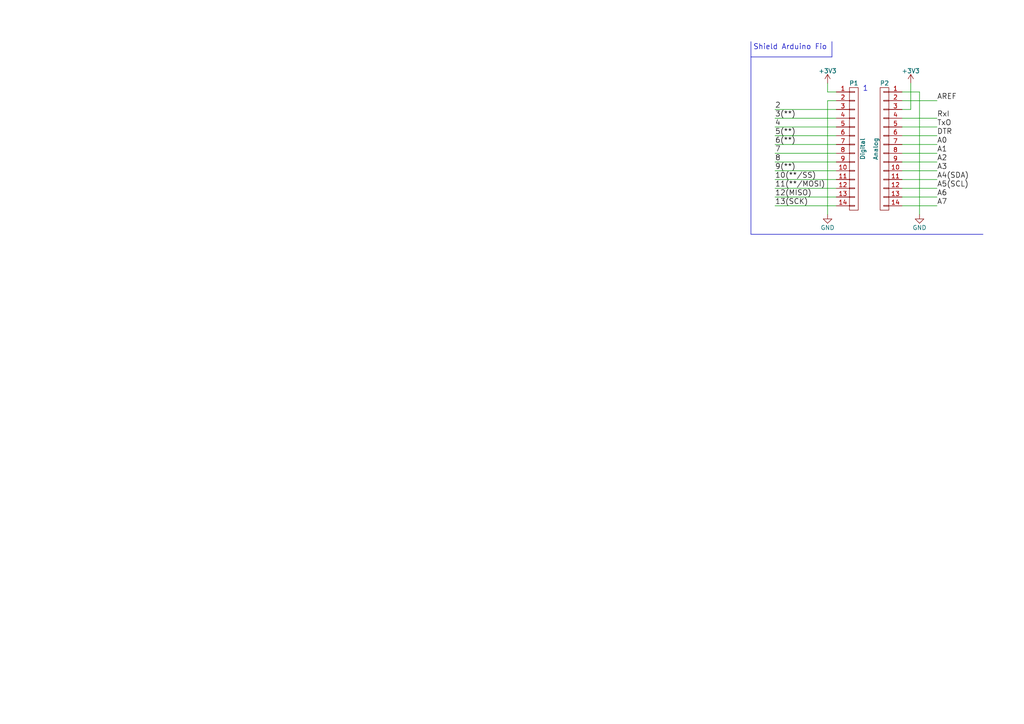
<source format=kicad_sch>
(kicad_sch (version 20230121) (generator eeschema)
  (paper "A4")
  (title_block (date "sam. 04 avril 2015"))
  (lib_symbols
    (symbol "Arduino_Fio-rescue:+3.3V" (power) (pin_names (offset 0))
      (property "Value" "+3.3V" (at 0 3.556 0))
      (symbol "+3.3V_0_1"
        (polyline (pts (xy -0.762 1.27) (xy 0 2.54)))
        (polyline (pts (xy 0 0) (xy 0 2.54)))
        (polyline (pts (xy 0 2.54) (xy 0.762 1.27)))
      )
      (symbol "+3.3V_1_1"
        (pin power_in line (at 0 0 90) (length 0) hide (name "+3V3") (number "1"))
      )
    )
    (symbol "Arduino_Fio-rescue:CONN_01X14" (pin_names (offset 1.016) hide)
      (property "Reference" "P" (at 0 19.05 0))
      (property "Value" "CONN_01X14" (at 2.54 0 90))
      (symbol "CONN_01X14_0_1"
        (rectangle (start -1.27 -16.383) (end 0.254 -16.637))
        (rectangle (start -1.27 -13.843) (end 0.254 -14.097))
        (rectangle (start -1.27 -11.303) (end 0.254 -11.557))
        (rectangle (start -1.27 -8.763) (end 0.254 -9.017))
        (rectangle (start -1.27 -6.223) (end 0.254 -6.477))
        (rectangle (start -1.27 -3.683) (end 0.254 -3.937))
        (rectangle (start -1.27 -1.143) (end 0.254 -1.397))
        (rectangle (start -1.27 1.397) (end 0.254 1.143))
        (rectangle (start -1.27 3.937) (end 0.254 3.683))
        (rectangle (start -1.27 6.477) (end 0.254 6.223))
        (rectangle (start -1.27 9.017) (end 0.254 8.763))
        (rectangle (start -1.27 11.557) (end 0.254 11.303))
        (rectangle (start -1.27 14.097) (end 0.254 13.843))
        (rectangle (start -1.27 16.637) (end 0.254 16.383))
        (rectangle (start -1.27 17.78) (end 1.27 -17.78))
      )
      (symbol "CONN_01X14_1_1"
        (pin passive line (at -5.08 16.51 0) (length 3.81) (name "P1") (number "1"))
        (pin passive line (at -5.08 -6.35 0) (length 3.81) (name "P10") (number "10"))
        (pin passive line (at -5.08 -8.89 0) (length 3.81) (name "P11") (number "11"))
        (pin passive line (at -5.08 -11.43 0) (length 3.81) (name "P12") (number "12"))
        (pin passive line (at -5.08 -13.97 0) (length 3.81) (name "P13") (number "13"))
        (pin passive line (at -5.08 -16.51 0) (length 3.81) (name "P14") (number "14"))
        (pin passive line (at -5.08 13.97 0) (length 3.81) (name "P2") (number "2"))
        (pin passive line (at -5.08 11.43 0) (length 3.81) (name "P3") (number "3"))
        (pin passive line (at -5.08 8.89 0) (length 3.81) (name "P4") (number "4"))
        (pin passive line (at -5.08 6.35 0) (length 3.81) (name "P5") (number "5"))
        (pin passive line (at -5.08 3.81 0) (length 3.81) (name "P6") (number "6"))
        (pin passive line (at -5.08 1.27 0) (length 3.81) (name "P7") (number "7"))
        (pin passive line (at -5.08 -1.27 0) (length 3.81) (name "P8") (number "8"))
        (pin passive line (at -5.08 -3.81 0) (length 3.81) (name "P9") (number "9"))
      )
    )
    (symbol "Arduino_Fio-rescue:GND" (power) (pin_names (offset 0))
      (property "Value" "GND" (at 0 -3.81 0))
      (symbol "GND_0_1"
        (polyline (pts (xy 0 0) (xy 0 -1.27) (xy 1.27 -1.27) (xy 0 -2.54) (xy -1.27 -1.27) (xy 0 -1.27)))
      )
      (symbol "GND_1_1"
        (pin power_in line (at 0 0 270) (length 0) hide (name "GND") (number "1"))
      )
    )
  )
  (polyline (pts (xy 217.805 12.065) (xy 217.805 67.945)))
  (wire (pts (xy 224.79 54.61) (xy 242.57 54.61)))
  (wire (pts (xy 261.62 26.67) (xy 266.7 26.67)))
  (wire (pts (xy 240.03 29.21) (xy 240.03 62.23)))
  (wire (pts (xy 224.79 52.07) (xy 242.57 52.07)))
  (wire (pts (xy 224.79 41.91) (xy 242.57 41.91)))
  (wire (pts (xy 271.78 49.53) (xy 261.62 49.53)))
  (wire (pts (xy 271.78 39.37) (xy 261.62 39.37)))
  (wire (pts (xy 271.78 59.69) (xy 261.62 59.69)))
  (wire (pts (xy 271.78 41.91) (xy 261.62 41.91)))
  (wire (pts (xy 271.78 36.83) (xy 261.62 36.83)))
  (wire (pts (xy 224.79 57.15) (xy 242.57 57.15)))
  (wire (pts (xy 224.79 46.99) (xy 242.57 46.99)))
  (wire (pts (xy 261.62 29.21) (xy 271.78 29.21)))
  (wire (pts (xy 266.7 26.67) (xy 266.7 62.23)))
  (wire (pts (xy 261.62 31.75) (xy 264.16 31.75)))
  (wire (pts (xy 242.57 59.69) (xy 224.79 59.69)))
  (wire (pts (xy 271.78 34.29) (xy 261.62 34.29)))
  (wire (pts (xy 224.79 31.75) (xy 242.57 31.75)))
  (wire (pts (xy 271.78 52.07) (xy 261.62 52.07)))
  (wire (pts (xy 271.78 46.99) (xy 261.62 46.99)))
  (wire (pts (xy 224.79 44.45) (xy 242.57 44.45)))
  (wire (pts (xy 242.57 49.53) (xy 224.79 49.53)))
  (wire (pts (xy 240.03 26.67) (xy 240.03 24.13)))
  (wire (pts (xy 242.57 29.21) (xy 240.03 29.21)))
  (wire (pts (xy 242.57 39.37) (xy 224.79 39.37)))
  (wire (pts (xy 264.16 31.75) (xy 264.16 24.13)))
  (wire (pts (xy 224.79 36.83) (xy 242.57 36.83)))
  (polyline (pts (xy 217.805 67.945) (xy 285.115 67.945)))
  (polyline (pts (xy 217.805 16.51) (xy 241.3 16.51)))
  (wire (pts (xy 271.78 57.15) (xy 261.62 57.15)))
  (wire (pts (xy 261.62 44.45) (xy 271.78 44.45)))
  (wire (pts (xy 224.79 34.29) (xy 242.57 34.29)))
  (wire (pts (xy 242.57 26.67) (xy 240.03 26.67)))
  (polyline (pts (xy 241.3 16.51) (xy 241.3 12.065)))
  (wire (pts (xy 261.62 54.61) (xy 271.78 54.61)))
  (text "1" (at 250.19 26.67 0) (effects (font (size 1.524 1.524)) (justify left bottom)))
  (text "Shield Arduino Fio " (at 218.44 14.605 0) (effects (font (size 1.524 1.524)) (justify left bottom)))
  (label "A3" (at 271.78 49.53 0) (effects (font (size 1.524 1.524))))
  (label "7" (at 224.79 44.45 0) (effects (font (size 1.524 1.524))))
  (label "A0" (at 271.78 41.91 0) (effects (font (size 1.524 1.524))))
  (label "9(**)" (at 224.79 49.53 0) (effects (font (size 1.524 1.524))))
  (label "A7" (at 271.78 59.69 0) (effects (font (size 1.524 1.524))))
  (label "RxI" (at 271.78 34.29 0) (effects (font (size 1.524 1.524))))
  (label "A1" (at 271.78 44.45 0) (effects (font (size 1.524 1.524))))
  (label "4" (at 224.79 36.83 0) (effects (font (size 1.524 1.524))))
  (label "8" (at 224.79 46.99 0) (effects (font (size 1.524 1.524))))
  (label "12(MISO)" (at 224.79 57.15 0) (effects (font (size 1.524 1.524))))
  (label "A2" (at 271.78 46.99 0) (effects (font (size 1.524 1.524))))
  (label "AREF" (at 271.78 29.21 0) (effects (font (size 1.524 1.524))))
  (label "13(SCK)" (at 224.79 59.69 0) (effects (font (size 1.524 1.524))))
  (label "A5(SCL)" (at 271.78 54.61 0) (effects (font (size 1.524 1.524))))
  (label "11(**/MOSI)" (at 224.79 54.61 0) (effects (font (size 1.524 1.524))))
  (label "A6" (at 271.78 57.15 0) (effects (font (size 1.524 1.524))))
  (label "6(**)" (at 224.79 41.91 0) (effects (font (size 1.524 1.524))))
  (label "DTR" (at 271.78 39.37 0) (effects (font (size 1.524 1.524))))
  (label "2" (at 224.79 31.75 0) (effects (font (size 1.524 1.524))))
  (label "3(**)" (at 224.79 34.29 0) (effects (font (size 1.524 1.524))))
  (label "A4(SDA)" (at 271.78 52.07 0) (effects (font (size 1.524 1.524))))
  (label "TxO" (at 271.78 36.83 0) (effects (font (size 1.524 1.524))))
  (label "5(**)" (at 224.79 39.37 0) (effects (font (size 1.524 1.524))))
  (label "10(**/SS)" (at 224.79 52.07 0) (effects (font (size 1.524 1.524))))
  (symbol (lib_id "Arduino_Fio-rescue:CONN_01X14") (at 247.65 43.18 0) (unit 1)
    (property "Reference" "P1" (at 247.65 24.13 0))
    (property "Value" "Digital" (at 250.19 43.18 90))
    (property "Footprint" "Socket_Arduino_Fio:Socket_Strip_Straight_1x14" (effects hide))
  )
  (symbol (lib_id "Arduino_Fio-rescue:CONN_01X14") (at 256.54 43.18 0) (mirror y) (unit 1)
    (property "Reference" "P2" (at 256.54 24.13 0))
    (property "Value" "Analog" (at 254 43.18 90))
    (property "Footprint" "Socket_Arduino_Fio:Socket_Strip_Straight_1x14" (effects hide))
  )
  (symbol (lib_id "Arduino_Fio-rescue:+3.3V") (at 240.03 24.13 0) (unit 1)
    (property "Reference" "#PWR01" (effects hide))
    (property "Value" "+3.3V" (at 240.03 20.574 0))
  )
  (symbol (lib_id "Arduino_Fio-rescue:GND") (at 240.03 62.23 0) (unit 1)
    (property "Reference" "#PWR02" (effects hide))
    (property "Value" "GND" (at 240.03 66.04 0))
  )
  (symbol (lib_id "Arduino_Fio-rescue:+3.3V") (at 264.16 24.13 0) (unit 1)
    (property "Reference" "#PWR03" (effects hide))
    (property "Value" "+3.3V" (at 264.16 20.574 0))
  )
  (symbol (lib_id "Arduino_Fio-rescue:GND") (at 266.7 62.23 0) (unit 1)
    (property "Reference" "#PWR04" (effects hide))
    (property "Value" "GND" (at 266.7 66.04 0))
  )
)
</source>
